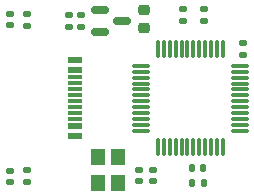
<source format=gbr>
%TF.GenerationSoftware,KiCad,Pcbnew,(6.0.9)*%
%TF.CreationDate,2022-11-14T14:00:34+08:00*%
%TF.ProjectId,usb2serial_pcb,75736232-7365-4726-9961-6c5f7063622e,1.0*%
%TF.SameCoordinates,Original*%
%TF.FileFunction,Paste,Top*%
%TF.FilePolarity,Positive*%
%FSLAX46Y46*%
G04 Gerber Fmt 4.6, Leading zero omitted, Abs format (unit mm)*
G04 Created by KiCad (PCBNEW (6.0.9)) date 2022-11-14 14:00:34*
%MOMM*%
%LPD*%
G01*
G04 APERTURE LIST*
G04 Aperture macros list*
%AMRoundRect*
0 Rectangle with rounded corners*
0 $1 Rounding radius*
0 $2 $3 $4 $5 $6 $7 $8 $9 X,Y pos of 4 corners*
0 Add a 4 corners polygon primitive as box body*
4,1,4,$2,$3,$4,$5,$6,$7,$8,$9,$2,$3,0*
0 Add four circle primitives for the rounded corners*
1,1,$1+$1,$2,$3*
1,1,$1+$1,$4,$5*
1,1,$1+$1,$6,$7*
1,1,$1+$1,$8,$9*
0 Add four rect primitives between the rounded corners*
20,1,$1+$1,$2,$3,$4,$5,0*
20,1,$1+$1,$4,$5,$6,$7,0*
20,1,$1+$1,$6,$7,$8,$9,0*
20,1,$1+$1,$8,$9,$2,$3,0*%
G04 Aperture macros list end*
%ADD10RoundRect,0.140000X-0.170000X0.140000X-0.170000X-0.140000X0.170000X-0.140000X0.170000X0.140000X0*%
%ADD11R,1.200000X1.400000*%
%ADD12RoundRect,0.075000X0.075000X-0.662500X0.075000X0.662500X-0.075000X0.662500X-0.075000X-0.662500X0*%
%ADD13RoundRect,0.075000X0.662500X-0.075000X0.662500X0.075000X-0.662500X0.075000X-0.662500X-0.075000X0*%
%ADD14RoundRect,0.150000X-0.587500X-0.150000X0.587500X-0.150000X0.587500X0.150000X-0.587500X0.150000X0*%
%ADD15RoundRect,0.135000X-0.185000X0.135000X-0.185000X-0.135000X0.185000X-0.135000X0.185000X0.135000X0*%
%ADD16RoundRect,0.140000X0.170000X-0.140000X0.170000X0.140000X-0.170000X0.140000X-0.170000X-0.140000X0*%
%ADD17RoundRect,0.218750X-0.256250X0.218750X-0.256250X-0.218750X0.256250X-0.218750X0.256250X0.218750X0*%
%ADD18RoundRect,0.147500X-0.172500X0.147500X-0.172500X-0.147500X0.172500X-0.147500X0.172500X0.147500X0*%
%ADD19RoundRect,0.140000X-0.140000X-0.170000X0.140000X-0.170000X0.140000X0.170000X-0.140000X0.170000X0*%
%ADD20RoundRect,0.135000X0.185000X-0.135000X0.185000X0.135000X-0.185000X0.135000X-0.185000X-0.135000X0*%
%ADD21R,1.160000X0.600000*%
%ADD22R,1.160000X0.300000*%
%ADD23RoundRect,0.135000X0.135000X0.185000X-0.135000X0.185000X-0.135000X-0.185000X0.135000X-0.185000X0*%
%ADD24RoundRect,0.147500X0.172500X-0.147500X0.172500X0.147500X-0.172500X0.147500X-0.172500X-0.147500X0*%
G04 APERTURE END LIST*
D10*
%TO.C,C5*%
X62077600Y-46154400D03*
X62077600Y-47114400D03*
%TD*%
D11*
%TO.C,Y1*%
X57468400Y-45059600D03*
X57468400Y-47259600D03*
X59168400Y-47259600D03*
X59168400Y-45059600D03*
%TD*%
D12*
%TO.C,U2*%
X62528000Y-44243700D03*
X63028000Y-44243700D03*
X63528000Y-44243700D03*
X64028000Y-44243700D03*
X64528000Y-44243700D03*
X65028000Y-44243700D03*
X65528000Y-44243700D03*
X66028000Y-44243700D03*
X66528000Y-44243700D03*
X67028000Y-44243700D03*
X67528000Y-44243700D03*
X68028000Y-44243700D03*
D13*
X69440500Y-42831200D03*
X69440500Y-42331200D03*
X69440500Y-41831200D03*
X69440500Y-41331200D03*
X69440500Y-40831200D03*
X69440500Y-40331200D03*
X69440500Y-39831200D03*
X69440500Y-39331200D03*
X69440500Y-38831200D03*
X69440500Y-38331200D03*
X69440500Y-37831200D03*
X69440500Y-37331200D03*
D12*
X68028000Y-35918700D03*
X67528000Y-35918700D03*
X67028000Y-35918700D03*
X66528000Y-35918700D03*
X66028000Y-35918700D03*
X65528000Y-35918700D03*
X65028000Y-35918700D03*
X64528000Y-35918700D03*
X64028000Y-35918700D03*
X63528000Y-35918700D03*
X63028000Y-35918700D03*
X62528000Y-35918700D03*
D13*
X61115500Y-37331200D03*
X61115500Y-37831200D03*
X61115500Y-38331200D03*
X61115500Y-38831200D03*
X61115500Y-39331200D03*
X61115500Y-39831200D03*
X61115500Y-40331200D03*
X61115500Y-40831200D03*
X61115500Y-41331200D03*
X61115500Y-41831200D03*
X61115500Y-42331200D03*
X61115500Y-42831200D03*
%TD*%
D14*
%TO.C,U1*%
X57634900Y-32578000D03*
X57634900Y-34478000D03*
X59509900Y-33528000D03*
%TD*%
D15*
%TO.C,R2*%
X64668400Y-32510000D03*
X64668400Y-33530000D03*
%TD*%
D16*
%TO.C,C3*%
X56032400Y-34008000D03*
X56032400Y-33048000D03*
%TD*%
D17*
%TO.C,F1*%
X61315600Y-32588100D03*
X61315600Y-34163100D03*
%TD*%
D10*
%TO.C,C2*%
X54965600Y-33048000D03*
X54965600Y-34008000D03*
%TD*%
D18*
%TO.C,D6*%
X49987200Y-46200200D03*
X49987200Y-47170200D03*
%TD*%
D19*
%TO.C,C4*%
X65407600Y-45974000D03*
X66367600Y-45974000D03*
%TD*%
D15*
%TO.C,R6*%
X51401550Y-46175200D03*
X51401550Y-47195200D03*
%TD*%
D16*
%TO.C,C1*%
X69697600Y-36395600D03*
X69697600Y-35435600D03*
%TD*%
D20*
%TO.C,R5*%
X66395600Y-33530000D03*
X66395600Y-32510000D03*
%TD*%
%TO.C,R7*%
X51409600Y-33936400D03*
X51409600Y-32916400D03*
%TD*%
D10*
%TO.C,C6*%
X60960000Y-46154400D03*
X60960000Y-47114400D03*
%TD*%
D21*
%TO.C,J1*%
X55505800Y-36865020D03*
X55505800Y-37665020D03*
D22*
X55505800Y-38815020D03*
X55505800Y-39815020D03*
X55505800Y-40315020D03*
X55505800Y-41315020D03*
D21*
X55505800Y-42465020D03*
X55505800Y-43265020D03*
X55505800Y-43265020D03*
X55505800Y-42465020D03*
D22*
X55505800Y-41815020D03*
X55505800Y-40815020D03*
X55505800Y-39315020D03*
X55505800Y-38315020D03*
D21*
X55505800Y-37665020D03*
X55505800Y-36865020D03*
%TD*%
D23*
%TO.C,R3*%
X66397600Y-47294800D03*
X65377600Y-47294800D03*
%TD*%
D24*
%TO.C,D7*%
X49987200Y-33911400D03*
X49987200Y-32941400D03*
%TD*%
M02*

</source>
